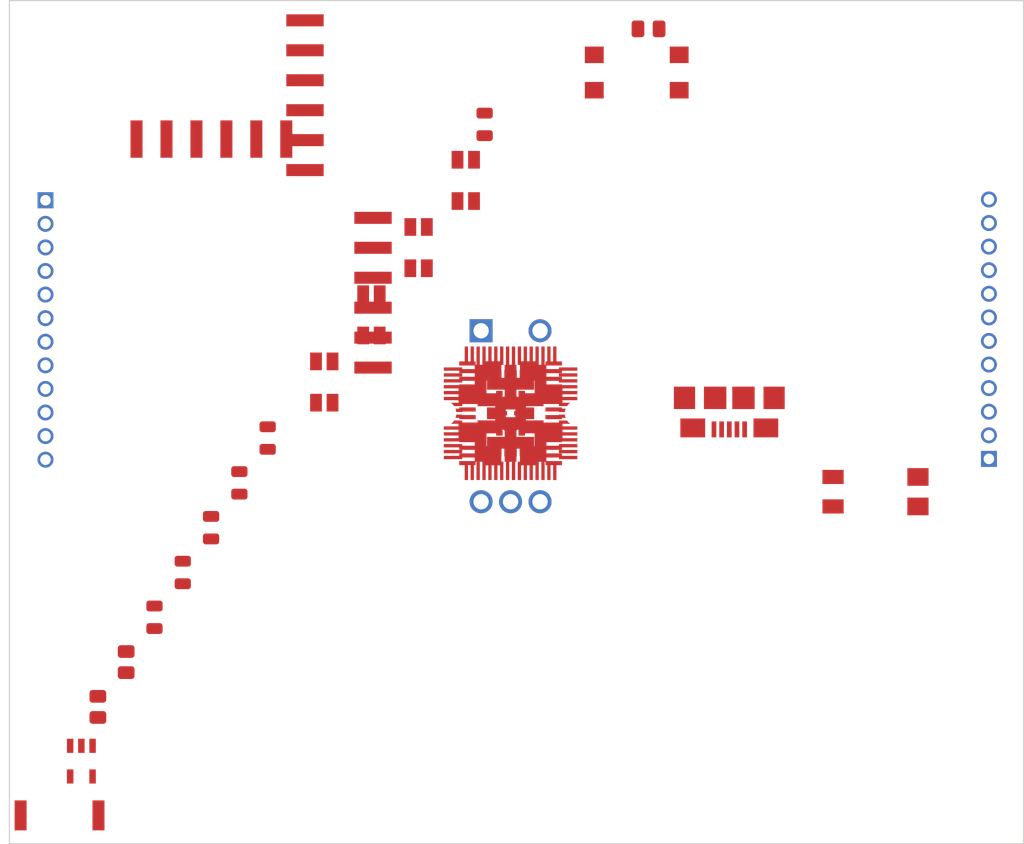
<source format=kicad_pcb>
(kicad_pcb (version 20171130) (host pcbnew "(5.1.4-0-10_14)")
  (layers (0 Top signal) (1 Route2 signal) (2 Route15 signal) (31 Bottom signal) (34 B.Paste user) (35 F.Paste user) (36 B.SilkS user) (37 F.SilkS user) (38 B.Mask user) (39 F.Mask user) (44 Edge.Cuts user))
  (net 0 "")
  (net 1 GND)
  (net 2 3V3)
  (net 3 VBAT)
  (net 4 "Net-(B2-Pad4)")
  (net 5 "Net-(B2-Pad3)")
  (net 6 "Net-(B2-Pad2)")
  (net 7 "Net-(A1-PadFEED)")
  (net 8 "Net-(C14-Pad1)")
  (net 9 "Net-(C15-Pad1)")
  (net 10 "Net-(C11-Pad1)")
  (net 11 "Net-(C13-Pad1)")
  (net 12 "Net-(D6-PadC1)")
  (net 13 /RESET)
  (net 14 /THROTTLE)
  (net 15 /YAW)
  (net 16 /BTN_CENTER)
  (net 17 /BTN_RIGHT)
  (net 18 /BTN_LEFT)
  (net 19 /BTN_UP)
  (net 20 /RXI-0)
  (net 21 /TXO-0)
  (net 22 /E1-B)
  (net 23 /E1-A)
  (net 24 /MISO)
  (net 25 /MOSI)
  (net 26 /SCK)
  (net 27 /BTN_DOWN)
  (net 28 /E1-BUT)
  (net 29 /BTN2/SDA)
  (net 30 /BTN1/SCL)
  (net 31 /PITCH)
  (net 32 /RF)
  (net 33 "Net-(D6-PadA1)")
  (net 34 "Net-(D6-PadA2)")
  (net 35 /ROLL)
  (net 36 /DTR-0)
  (net 37 /VREG_IN)
  (net 38 /RXI)
  (net 39 /FTDI_OUT)
  (net 40 /TXLED)
  (net 41 /RXLED)
  (net 42 /DTR)
  (net 43 /USB_D_N)
  (net 44 /USB_D_P)
  (net 45 /CTS)
  (net 46 /TXO)
  (net 47 "Net-(R7-Pad1)")
  (net 48 /VBUS)
  (net 49 "Net-(B3-Pad1A)")
  (net 50 "Net-(R1-Pad2)")
  (net 51 "Net-(D1-PadC2)")
  (net 52 "Net-(D4-PadC1)")
  (net 53 /RXI-1)
  (net 54 /TXO-1)
  (net 55 "Net-(S2-Pad2)")
  (net 56 /DTR-1)
  (net 57 /CTS-1)
  (net 58 /GREF)
  (net 59 "Net-(D6-PadC2)")
  (net 60 "Net-(D5-PadA2)")
  (net 61 "Net-(D5-PadA1)")
  (net 62 "Net-(D1-PadA1)")
  (net 63 "Net-(D4-PadC2)")
  (module controller_board:2X-SERVO-SMD (layer Top) (at 119.500000 77.225000 90.000000)
    (fp_text reference J7 hide)
    (fp_text value FRSKY-GIMBAL-2X-SERVO-SMD hide)
    (pad 6 smd rect (at 6.55 11.065 180.000000) (size 3.17 1.02) (layers Top F.Mask F.Paste) (net 1 GND))
    (pad V smd rect (at 4.01 11.065 180.000000) (size 3.17 1.02) (layers Top F.Mask F.Paste) (net 14 /THROTTLE))
    (pad 4 smd rect (at 1.47 11.065 180.000000) (size 3.17 1.02) (layers Top F.Mask F.Paste) (net 58 /GREF))
    (pad 3 smd rect (at -1.07 11.065 180.000000) (size 3.17 1.02) (layers Top F.Mask F.Paste) (net 1 GND))
    (pad H smd rect (at -3.61 11.065 180.000000) (size 3.17 1.02) (layers Top F.Mask F.Paste) (net 15 /YAW))
    (pad 1 smd rect (at -6.15 11.065 180.000000) (size 3.17 1.02) (layers Top F.Mask F.Paste) (net 58 /GREF))
  )
  (module controller_board:2X-SERVO-SMD (layer Top) (at 147.400000 93.575000 270.000000)
    (fp_text reference J8 hide)
    (fp_text value FRSKY-GIMBAL-2X-SERVO-SMD hide)
    (pad 6 smd rect (at 6.55 11.065) (size 3.17 1.02) (layers Top F.Mask F.Paste) (net 1 GND))
    (pad V smd rect (at 4.01 11.065) (size 3.17 1.02) (layers Top F.Mask F.Paste) (net 31 /PITCH))
    (pad 4 smd rect (at 1.47 11.065) (size 3.17 1.02) (layers Top F.Mask F.Paste) (net 58 /GREF))
    (pad 3 smd rect (at -1.07 11.065) (size 3.17 1.02) (layers Top F.Mask F.Paste) (net 1 GND))
    (pad H smd rect (at -3.61 11.065) (size 3.17 1.02) (layers Top F.Mask F.Paste) (net 35 /ROLL))
    (pad 1 smd rect (at -6.15 11.065) (size 3.17 1.02) (layers Top F.Mask F.Paste) (net 58 /GREF))
  )
  (module controller_board:USB-MICROA-10118192-0001LF (layer Top) (at 166.550000 104.350000 180.000000)
    (fp_text reference J1 hide)
    (fp_text value USB-MICROA-AMPHENOL-10118192-0001LF hide)
    (pad 9 smd rect (at 1.2 1.659 180.000000) (size 1.9 1.9) (layers Top F.Mask F.Paste) (net 1 GND))
    (pad 8 smd rect (at -3.8 1.659 180.000000) (size 1.8 1.9) (layers Top F.Mask F.Paste) (net 1 GND))
    (pad 7 smd rect (at -3.1 -0.891 180.000000) (size 2.1 1.6) (layers Top F.Mask F.Paste) (net 1 GND))
    (pad 6 smd rect (at 3.1 -0.891 180.000000) (size 2.1 1.6) (layers Top F.Mask F.Paste) (net 1 GND))
    (pad 5 smd rect (at 1.3 -1.016 180.000000) (size 0.4 1.35) (layers Top F.Mask F.Paste) (net 1 GND))
    (pad 4 smd rect (at 0.65 -1.016 180.000000) (size 0.4 1.35) (layers Top F.Mask F.Paste))
    (pad 3 smd rect (at 0 -1.016 180.000000) (size 0.4 1.35) (layers Top F.Mask F.Paste) (net 44 /USB_D_P))
    (pad 2 smd rect (at -0.65 -1.016 180.000000) (size 0.4 1.35) (layers Top F.Mask F.Paste) (net 43 /USB_D_N))
    (pad 11 smd rect (at 3.8 1.659 180.000000) (size 1.8 1.9) (layers Top F.Mask F.Paste) (net 1 GND))
    (pad 10 smd rect (at -1.2 1.659 180.000000) (size 1.9 1.9) (layers Top F.Mask F.Paste) (net 1 GND))
    (pad 1 smd rect (at -1.3 -1.016 180.000000) (size 0.4 1.35) (layers Top F.Mask F.Paste) (net 48 /VBUS))
  )
  (module controller_board:JST-13-PTH (layer Top) (at 188.568000 96.721600 90.000000)
    (fp_text reference J3 hide)
    (fp_text value 2.4K hide)
    (pad V thru_hole circle (at -9.144 0 90.000000) (size 1.35 1.35) (drill 0.9) (layers *.Cu *.Mask) (net 31 /PITCH))
    (pad H thru_hole circle (at -3.144 0 90.000000) (size 1.35 1.35) (drill 0.9) (layers *.Cu *.Mask) (net 35 /ROLL))
    (pad 9 thru_hole circle (at 4.856 0 90.000000) (size 1.35 1.35) (drill 0.9) (layers *.Cu *.Mask))
    (pad 8 thru_hole circle (at 2.856 0 90.000000) (size 1.35 1.35) (drill 0.9) (layers *.Cu *.Mask))
    (pad 7 thru_hole circle (at 0.856 0 90.000000) (size 1.35 1.35) (drill 0.9) (layers *.Cu *.Mask))
    (pad 6 thru_hole circle (at -1.144 0 90.000000) (size 1.35 1.35) (drill 0.9) (layers *.Cu *.Mask) (net 1 GND))
    (pad 4 thru_hole circle (at -5.144 0 90.000000) (size 1.35 1.35) (drill 0.9) (layers *.Cu *.Mask) (net 58 /GREF))
    (pad 3 thru_hole circle (at -7.144 0 90.000000) (size 1.35 1.35) (drill 0.9) (layers *.Cu *.Mask) (net 1 GND))
    (pad 12 thru_hole circle (at 10.856 0 90.000000) (size 1.35 1.35) (drill 0.9) (layers *.Cu *.Mask))
    (pad 11 thru_hole circle (at 8.856 0 90.000000) (size 1.35 1.35) (drill 0.9) (layers *.Cu *.Mask))
    (pad 10 thru_hole circle (at 6.856 0 90.000000) (size 1.35 1.35) (drill 0.9) (layers *.Cu *.Mask))
    (pad 1 thru_hole rect (at -11.144 0 90.000000) (size 1.35 1.35) (drill 0.9) (layers *.Cu *.Mask) (net 58 /GREF))
  )
  (module controller_board:JST-13-PTH (layer Top) (at 108.558000 97.077200 270.000000)
    (fp_text reference J2 hide)
    (fp_text value 2.4K hide)
    (pad V thru_hole circle (at -9.144 0 270.000000) (size 1.35 1.35) (drill 0.9) (layers *.Cu *.Mask) (net 14 /THROTTLE))
    (pad H thru_hole circle (at -3.144 0 270.000000) (size 1.35 1.35) (drill 0.9) (layers *.Cu *.Mask) (net 15 /YAW))
    (pad 9 thru_hole circle (at 4.856 0 270.000000) (size 1.35 1.35) (drill 0.9) (layers *.Cu *.Mask))
    (pad 8 thru_hole circle (at 2.856 0 270.000000) (size 1.35 1.35) (drill 0.9) (layers *.Cu *.Mask))
    (pad 7 thru_hole circle (at 0.856 0 270.000000) (size 1.35 1.35) (drill 0.9) (layers *.Cu *.Mask))
    (pad 6 thru_hole circle (at -1.144 0 270.000000) (size 1.35 1.35) (drill 0.9) (layers *.Cu *.Mask) (net 1 GND))
    (pad 4 thru_hole circle (at -5.144 0 270.000000) (size 1.35 1.35) (drill 0.9) (layers *.Cu *.Mask) (net 58 /GREF))
    (pad 3 thru_hole circle (at -7.144 0 270.000000) (size 1.35 1.35) (drill 0.9) (layers *.Cu *.Mask) (net 1 GND))
    (pad 12 thru_hole circle (at 10.856 0 270.000000) (size 1.35 1.35) (drill 0.9) (layers *.Cu *.Mask))
    (pad 11 thru_hole circle (at 8.856 0 270.000000) (size 1.35 1.35) (drill 0.9) (layers *.Cu *.Mask))
    (pad 10 thru_hole circle (at 6.856 0 270.000000) (size 1.35 1.35) (drill 0.9) (layers *.Cu *.Mask))
    (pad 1 thru_hole rect (at -11.144 0 270.000000) (size 1.35 1.35) (drill 0.9) (layers *.Cu *.Mask) (net 58 /GREF))
  )
  (module controller_board:FTDI-BASIC-SMD (layer Top) (at 122.629600 76.300000)
    (fp_text reference JP1 hide)
    (fp_text value FTDI_BASIC-SMD hide)
    (pad DTR smd rect (at 6.35 4.445 90.000000) (size 3.17 1.02) (layers Top F.Mask F.Paste) (net 56 /DTR-1))
    (pad RXI smd rect (at 3.81 4.445 90.000000) (size 3.17 1.02) (layers Top F.Mask F.Paste) (net 53 /RXI-1))
    (pad TXO smd rect (at 1.27 4.445 90.000000) (size 3.17 1.02) (layers Top F.Mask F.Paste) (net 54 /TXO-1))
    (pad VCC smd rect (at -1.27 4.445 90.000000) (size 3.17 1.02) (layers Top F.Mask F.Paste) (net 2 3V3))
    (pad CTS smd rect (at -3.81 4.445 90.000000) (size 3.17 1.02) (layers Top F.Mask F.Paste) (net 57 /CTS-1))
    (pad GND smd rect (at -6.35 4.445 90.000000) (size 3.17 1.02) (layers Top F.Mask F.Paste) (net 1 GND))
  )
  (module controller_board:WIRE-TERMINAL-1X2-2.5MM-SMD-AVX-009276002021106 (layer Top) (at 178.950000 110.650000)
    (fp_text reference B3 hide)
    (fp_text value BATTERY-SPRING-SMD hide)
    (pad 2A smd rect (at 3.6 -1.25 270.000000) (size 1.5 1.8) (layers Top F.Mask F.Paste) (net 1 GND))
    (pad 1A smd rect (at 3.6 1.25 270.000000) (size 1.5 1.8) (layers Top F.Mask F.Paste) (net 49 "Net-(B3-Pad1A)"))
    (pad 1B smd rect (at -3.6 1.25 270.000000) (size 1.2 1.8) (layers Top F.Mask F.Paste) (net 49 "Net-(B3-Pad1A)"))
    (pad 2B smd rect (at -3.6 -1.25 270.000000) (size 1.2 1.8) (layers Top F.Mask F.Paste) (net 1 GND))
  )
  (module controller_board:ANT-2.4GHZ-6.5X2.2MM (layer Top) (at 109.750000 138.100000 180.000000)
    (fp_text reference A1 hide)
    (fp_text value ANTENNA-CHIP hide)
    (pad NC smd rect (at 3.302 0) (size 1.016 2.54) (layers Top F.Mask F.Paste))
    (pad FEED smd rect (at -3.302 0) (size 1.016 2.54) (layers Top F.Mask F.Paste) (net 7 "Net-(A1-PadFEED)"))
  )
  (module controller_board:SOT23-DBV (layer Top) (at 111.600000 133.500000 180.000000)
    (fp_text reference U1 hide)
    (fp_text value 3.3V hide)
    (pad 5 smd rect (at -0.95 -1.3 180.000000) (size 0.55 1.2) (layers Top F.Mask F.Paste) (net 2 3V3))
    (pad 4 smd rect (at 0.95 -1.3 180.000000) (size 0.55 1.2) (layers Top F.Mask F.Paste))
    (pad 3 smd rect (at 0.95 1.3 180.000000) (size 0.55 1.2) (layers Top F.Mask F.Paste) (net 37 /VREG_IN))
    (pad 2 smd rect (at 0 1.3 180.000000) (size 0.55 1.2) (layers Top F.Mask F.Paste) (net 1 GND))
    (pad 1 smd rect (at -0.95 1.3 180.000000) (size 0.55 1.2) (layers Top F.Mask F.Paste) (net 37 /VREG_IN))
  )
  (module controller_board:CAPC2012X140_HS (layer Top) (at 113.000000 128.900000 90.000000)
    (fp_text reference C17 hide)
    (fp_text value 1uF hide)
    (pad 2 smd roundrect (at 0.895 0 90.000000) (size 1.08 1.42) (layers Top) (roundrect_rratio 0.23) (net 1 GND))
    (pad 1 smd roundrect (at -0.895 0 270.000000) (size 1.08 1.42) (layers Top) (roundrect_rratio 0.23) (net 2 3V3))
  )
  (module controller_board:CAPC2012X140_HS (layer Top) (at 115.400000 125.100000 270.000000)
    (fp_text reference C10 hide)
    (fp_text value 1uF hide)
    (pad 2 smd roundrect (at 0.895 0 270.000000) (size 1.08 1.42) (layers Top) (roundrect_rratio 0.23) (net 1 GND))
    (pad 1 smd roundrect (at -0.895 0 90.000000) (size 1.08 1.42) (layers Top) (roundrect_rratio 0.23) (net 37 /VREG_IN))
  )
  (module controller_board:RESC2012X60_HS (layer Top) (at 117.800000 121.300000 270.000000)
    (fp_text reference R17 hide)
    (fp_text value 510 hide)
    (pad 2 smd roundrect (at 0.955 0 270.000000) (size 0.92 1.38) (layers Top) (net 59 "Net-(D6-PadC2)"))
    (pad 1 smd roundrect (at -0.955 0 90.000000) (size 0.92 1.38) (layers Top) (net 1 GND))
  )
  (module controller_board:RESC2012X60_HS (layer Top) (at 120.200000 117.500000 90.000000)
    (fp_text reference R14 hide)
    (fp_text value 510 hide)
    (pad 2 smd roundrect (at 0.955 0 90.000000) (size 0.92 1.38) (layers Top) (net 2 3V3))
    (pad 1 smd roundrect (at -0.955 0 270.000000) (size 0.92 1.38) (layers Top) (net 61 "Net-(D5-PadA1)"))
  )
  (module controller_board:RESC2012X60_HS (layer Top) (at 122.600000 113.700000 270.000000)
    (fp_text reference R3 hide)
    (fp_text value 510 hide)
    (pad 2 smd roundrect (at 0.955 0 270.000000) (size 0.92 1.38) (layers Top) (net 50 "Net-(R1-Pad2)"))
    (pad 1 smd roundrect (at -0.955 0 90.000000) (size 0.92 1.38) (layers Top) (net 62 "Net-(D1-PadA1)"))
  )
  (module controller_board:RESC2012X60_HS (layer Top) (at 125.000000 109.900000 270.000000)
    (fp_text reference R16 hide)
    (fp_text value 510 hide)
    (pad 2 smd roundrect (at 0.955 0 270.000000) (size 0.92 1.38) (layers Top) (net 63 "Net-(D4-PadC2)"))
    (pad 1 smd roundrect (at -0.955 0 90.000000) (size 0.92 1.38) (layers Top) (net 1 GND))
  )
  (module controller_board:RESC2012X60_HS (layer Top) (at 127.400000 106.100000 90.000000)
    (fp_text reference R13 hide)
    (fp_text value 510 hide)
    (pad 2 smd roundrect (at 0.955 0 90.000000) (size 0.92 1.38) (layers Top) (net 2 3V3))
    (pad 1 smd roundrect (at -0.955 0 270.000000) (size 0.92 1.38) (layers Top) (net 60 "Net-(D5-PadA2)"))
  )
  (module controller_board:LED-2X-LTST-C155 (layer Top) (at 132.200000 101.350000 270.000000)
    (fp_text reference D4 hide)
    (fp_text value LED-2X-GREEN_RED hide)
    (pad C2 smd rect (at 1.75 0.7 270.000000) (size 1.5 1) (layers Top F.Mask F.Paste) (net 63 "Net-(D4-PadC2)"))
    (pad C1 smd rect (at 1.75 -0.7 270.000000) (size 1.5 1) (layers Top F.Mask F.Paste) (net 52 "Net-(D4-PadC1)"))
    (pad A2 smd rect (at -1.75 0.7 270.000000) (size 1.5 1) (layers Top F.Mask F.Paste) (net 2 3V3))
    (pad A1 smd rect (at -1.75 -0.7 270.000000) (size 1.5 1) (layers Top F.Mask F.Paste) (net 32 /RF))
  )
  (module controller_board:LED-2X-LTST-C155 (layer Top) (at 136.200000 95.650000 270.000000)
    (fp_text reference D1 hide)
    (fp_text value LED-2X-GREEN_RED hide)
    (pad C2 smd rect (at 1.75 0.7 270.000000) (size 1.5 1) (layers Top F.Mask F.Paste) (net 51 "Net-(D1-PadC2)"))
    (pad C1 smd rect (at 1.75 -0.7 270.000000) (size 1.5 1) (layers Top F.Mask F.Paste) (net 1 GND))
    (pad A2 smd rect (at -1.75 0.7 270.000000) (size 1.5 1) (layers Top F.Mask F.Paste) (net 48 /VBUS))
    (pad A1 smd rect (at -1.75 -0.7 270.000000) (size 1.5 1) (layers Top F.Mask F.Paste) (net 62 "Net-(D1-PadA1)"))
  )
  (module controller_board:LED-2X-LTST-C155 (layer Top) (at 140.200000 89.950000 270.000000)
    (fp_text reference D5 hide)
    (fp_text value LED-2X-GREEN_RED hide)
    (pad C2 smd rect (at 1.75 0.7 270.000000) (size 1.5 1) (layers Top F.Mask F.Paste) (net 41 /RXLED))
    (pad C1 smd rect (at 1.75 -0.7 270.000000) (size 1.5 1) (layers Top F.Mask F.Paste) (net 40 /TXLED))
    (pad A2 smd rect (at -1.75 0.7 270.000000) (size 1.5 1) (layers Top F.Mask F.Paste) (net 60 "Net-(D5-PadA2)"))
    (pad A1 smd rect (at -1.75 -0.7 270.000000) (size 1.5 1) (layers Top F.Mask F.Paste) (net 61 "Net-(D5-PadA1)"))
  )
  (module controller_board:LED-2X-LTST-C155 (layer Top) (at 144.200000 84.250000 270.000000)
    (fp_text reference D6 hide)
    (fp_text value LED-2X-GREEN_RED hide)
    (pad C2 smd rect (at 1.75 0.7 270.000000) (size 1.5 1) (layers Top F.Mask F.Paste) (net 59 "Net-(D6-PadC2)"))
    (pad C1 smd rect (at 1.75 -0.7 270.000000) (size 1.5 1) (layers Top F.Mask F.Paste) (net 12 "Net-(D6-PadC1)"))
    (pad A2 smd rect (at -1.75 0.7 270.000000) (size 1.5 1) (layers Top F.Mask F.Paste) (net 34 "Net-(D6-PadA2)"))
    (pad A1 smd rect (at -1.75 -0.7 270.000000) (size 1.5 1) (layers Top F.Mask F.Paste) (net 33 "Net-(D6-PadA1)"))
  )
  (module controller_board:RESC2012X60_HS (layer Top) (at 145.800000 79.500000 90.000000)
    (fp_text reference R8 hide)
    (fp_text value 1.2K hide)
    (pad 2 smd roundrect (at 0.955 0 90.000000) (size 0.92 1.38) (layers Top) (net 2 3V3))
    (pad 1 smd roundrect (at -0.955 0 270.000000) (size 0.92 1.38) (layers Top) (net 58 /GREF))
  )
  (module controller_board:BOURNS-PEC12R (layer Top) (at 148.000000 104.000000)
    (fp_text reference E1 hide)
    (fp_text value ROTARY-ENCODER-W_BUTTON-BOURNS-PEC12R-4217F hide)
    (pad C thru_hole circle (at 0 7.5) (size 1.95 1.95) (drill 1.3) (layers *.Cu *.Mask) (net 1 GND))
    (pad BUTB thru_hole circle (at 2.5 -7) (size 1.95 1.95) (drill 1.3) (layers *.Cu *.Mask) (net 1 GND))
    (pad BUTA thru_hole rect (at -2.5 -7) (size 1.95 1.95) (drill 1.3) (layers *.Cu *.Mask) (net 28 /E1-BUT))
    (pad B thru_hole circle (at 2.5 7.5) (size 1.95 1.95) (drill 1.3) (layers *.Cu *.Mask) (net 22 /E1-B))
    (pad A thru_hole circle (at -2.5 7.5) (size 1.95 1.95) (drill 1.3) (layers *.Cu *.Mask) (net 23 /E1-A))
    (pad "" np_thru_hole circle (at 5.7 0) (size 2.2 2.2) (drill 2.2) (layers *.Cu *.Mask))
    (pad "" np_thru_hole circle (at -5.7 0) (size 2.2 2.2) (drill 2.2) (layers *.Cu *.Mask))
  )
  (module controller_board:4.5MM_TACTILE_SWITCH_TL3305AF160QG (layer Top) (at 158.700000 75.100000 180.000000)
    (fp_text reference B6 hide)
    (fp_text value PUSHBUTTON_-4.5X4.5 hide)
    (pad 4 smd rect (at 3.6 -1.5 270.000000) (size 1.4 1.6) (layers Top F.Mask F.Paste) (net 1 GND))
    (pad 3 smd rect (at -3.6 -1.5 270.000000) (size 1.4 1.6) (layers Top F.Mask F.Paste) (net 1 GND))
    (pad 2 smd rect (at 3.6 1.5 270.000000) (size 1.4 1.6) (layers Top F.Mask F.Paste) (net 19 /BTN_UP))
    (pad 1 smd rect (at -3.6 1.5 270.000000) (size 1.4 1.6) (layers Top F.Mask F.Paste) (net 19 /BTN_UP))
  )
  (module controller_board:4.5MM_TACTILE_SWITCH_TL3305AF160QG (layer Top) (at 148.000000 104.000000 180.000000)
    (fp_text reference B10 hide)
    (fp_text value PUSHBUTTON_-4.5X4.5 hide)
    (pad 4 smd rect (at 3.6 -1.5 270.000000) (size 1.4 1.6) (layers Top F.Mask F.Paste) (net 1 GND))
    (pad 3 smd rect (at -3.6 -1.5 270.000000) (size 1.4 1.6) (layers Top F.Mask F.Paste) (net 1 GND))
    (pad 2 smd rect (at 3.6 1.5 270.000000) (size 1.4 1.6) (layers Top F.Mask F.Paste) (net 27 /BTN_DOWN))
    (pad 1 smd rect (at -3.6 1.5 270.000000) (size 1.4 1.6) (layers Top F.Mask F.Paste) (net 27 /BTN_DOWN))
  )
  (module controller_board:4.5MM_TACTILE_SWITCH_TL3305AF160QG (layer Top) (at 148.000000 104.000000 90.000000)
    (fp_text reference B7 hide)
    (fp_text value PUSHBUTTON_-4.5X4.5 hide)
    (pad 4 smd rect (at 3.6 -1.5 180.000000) (size 1.4 1.6) (layers Top F.Mask F.Paste) (net 1 GND))
    (pad 3 smd rect (at -3.6 -1.5 180.000000) (size 1.4 1.6) (layers Top F.Mask F.Paste) (net 1 GND))
    (pad 2 smd rect (at 3.6 1.5 180.000000) (size 1.4 1.6) (layers Top F.Mask F.Paste) (net 18 /BTN_LEFT))
    (pad 1 smd rect (at -3.6 1.5 180.000000) (size 1.4 1.6) (layers Top F.Mask F.Paste) (net 18 /BTN_LEFT))
  )
  (module controller_board:4.5MM_TACTILE_SWITCH_TL3305AF160QG (layer Top) (at 148.000000 104.000000 270.000000)
    (fp_text reference B9 hide)
    (fp_text value PUSHBUTTON_-4.5X4.5 hide)
    (pad 4 smd rect (at 3.6 -1.5) (size 1.4 1.6) (layers Top F.Mask F.Paste) (net 1 GND))
    (pad 3 smd rect (at -3.6 -1.5) (size 1.4 1.6) (layers Top F.Mask F.Paste) (net 1 GND))
    (pad 2 smd rect (at 3.6 1.5) (size 1.4 1.6) (layers Top F.Mask F.Paste) (net 16 /BTN_CENTER))
    (pad 1 smd rect (at -3.6 1.5) (size 1.4 1.6) (layers Top F.Mask F.Paste) (net 16 /BTN_CENTER))
  )
  (module controller_board:4.5MM_TACTILE_SWITCH_TL3305AF160QG (layer Top) (at 148.000000 104.000000 180.000000)
    (fp_text reference B8 hide)
    (fp_text value PUSHBUTTON_-4.5X4.5 hide)
    (pad 4 smd rect (at 3.6 -1.5 270.000000) (size 1.4 1.6) (layers Top F.Mask F.Paste) (net 1 GND))
    (pad 3 smd rect (at -3.6 -1.5 270.000000) (size 1.4 1.6) (layers Top F.Mask F.Paste) (net 1 GND))
    (pad 2 smd rect (at 3.6 1.5 270.000000) (size 1.4 1.6) (layers Top F.Mask F.Paste) (net 17 /BTN_RIGHT))
    (pad 1 smd rect (at -3.6 1.5 270.000000) (size 1.4 1.6) (layers Top F.Mask F.Paste) (net 17 /BTN_RIGHT))
  )
  (module controller_board:CAPC2012X140_HS (layer Top) (at 148.000000 104.000000 270.000000)
    (fp_text reference C4 hide)
    (fp_text value 1uF hide)
    (pad 2 smd roundrect (at 0.895 0 270.000000) (size 1.08 1.42) (layers Top) (roundrect_rratio 0.23) (net 39 /FTDI_OUT))
    (pad 1 smd roundrect (at -0.895 0 90.000000) (size 1.08 1.42) (layers Top) (roundrect_rratio 0.23) (net 1 GND))
  )
  (module controller_board:SOD3716X135_HS (layer Top) (at 148.000000 104.000000 90.000000)
    (fp_text reference D2 hide)
    (fp_text value 360mV hide)
    (pad C smd roundrect (at -1.665 0 270.000000) (size 1.25 0.8) (layers Top) (net 3 VBAT))
    (pad A smd roundrect (at 1.665 0 90.000000) (size 1.25 0.8) (layers Top) (net 48 /VBUS))
  )
  (module controller_board:SOD3716X135_HS (layer Top) (at 148.000000 104.000000 270.000000)
    (fp_text reference D3 hide)
    (fp_text value 360mV hide)
    (pad C smd roundrect (at -1.665 0 90.000000) (size 1.25 0.8) (layers Top) (net 3 VBAT))
    (pad A smd roundrect (at 1.665 0 270.000000) (size 1.25 0.8) (layers Top) (net 49 "Net-(B3-Pad1A)"))
  )
  (module controller_board:JS102011JCQN (layer Top) (at 148.000000 104.000000 270.000000)
    (fp_text reference S2 hide)
    (fp_text value POWER-SWITCH-MFS201N-9-Z-SMD-VERTICAL hide)
    (pad 3 smd rect (at 2.5 1.2 270.000000) (size 1 1.6) (layers Top F.Mask F.Paste) (net 1 GND))
    (pad 2 smd rect (at 0 -1.2 270.000000) (size 1 1.6) (layers Top F.Mask F.Paste) (net 55 "Net-(S2-Pad2)"))
    (pad 1 smd rect (at -2.5 1.2 270.000000) (size 1 1.6) (layers Top F.Mask F.Paste) (net 2 3V3))
  )
  (module controller_board:SOP65P640X110-16 (layer Top) (at 148.000000 104.000000 270.000000)
    (fp_text reference U5 hide)
    (fp_text value DPDT-X2 hide)
    (pad 9 smd rect (at 2.8717 2.275 270.000000) (size 1.5719 0.4068) (layers Top F.Mask F.Paste) (net 53 /RXI-1))
    (pad 8 smd rect (at -2.8717 2.275 270.000000) (size 1.5719 0.4068) (layers Top F.Mask F.Paste) (net 1 GND))
    (pad 7 smd rect (at -2.8717 1.625 270.000000) (size 1.5719 0.4068) (layers Top F.Mask F.Paste) (net 21 /TXO-0))
    (pad 6 smd rect (at -2.8717 0.975 270.000000) (size 1.5719 0.4068) (layers Top F.Mask F.Paste) (net 46 /TXO))
    (pad 5 smd rect (at -2.8717 0.325 270.000000) (size 1.5719 0.4068) (layers Top F.Mask F.Paste) (net 54 /TXO-1))
    (pad 4 smd rect (at -2.8717 -0.325 270.000000) (size 1.5719 0.4068) (layers Top F.Mask F.Paste) (net 55 "Net-(S2-Pad2)"))
    (pad 3 smd rect (at -2.8717 -0.975 270.000000) (size 1.5719 0.4068) (layers Top F.Mask F.Paste))
    (pad 2 smd rect (at -2.8717 -1.625 270.000000) (size 1.5719 0.4068) (layers Top F.Mask F.Paste) (net 45 /CTS))
    (pad 16 smd rect (at 2.8717 -2.275 270.000000) (size 1.5719 0.4068) (layers Top F.Mask F.Paste) (net 2 3V3))
    (pad 15 smd rect (at 2.8717 -1.625 270.000000) (size 1.5719 0.4068) (layers Top F.Mask F.Paste) (net 36 /DTR-0))
    (pad 14 smd rect (at 2.8717 -0.975 270.000000) (size 1.5719 0.4068) (layers Top F.Mask F.Paste) (net 42 /DTR))
    (pad 13 smd rect (at 2.8717 -0.325 270.000000) (size 1.5719 0.4068) (layers Top F.Mask F.Paste) (net 56 /DTR-1))
    (pad 12 smd rect (at 2.8717 0.325 270.000000) (size 1.5719 0.4068) (layers Top F.Mask F.Paste) (net 55 "Net-(S2-Pad2)"))
    (pad 11 smd rect (at 2.8717 0.975 270.000000) (size 1.5719 0.4068) (layers Top F.Mask F.Paste) (net 20 /RXI-0))
    (pad 10 smd rect (at 2.8717 1.625 270.000000) (size 1.5719 0.4068) (layers Top F.Mask F.Paste) (net 38 /RXI))
    (pad 1 smd rect (at -2.8717 -2.275 270.000000) (size 1.5719 0.4068) (layers Top F.Mask F.Paste) (net 57 /CTS-1))
  )
  (module controller_board:RESC2012X60_HS (layer Top) (at 148.000000 104.000000 270.000000)
    (fp_text reference R15 hide)
    (fp_text value 510 hide)
    (pad 2 smd roundrect (at 0.955 0 270.000000) (size 0.92 1.38) (layers Top) (net 52 "Net-(D4-PadC1)"))
    (pad 1 smd roundrect (at -0.955 0 90.000000) (size 0.92 1.38) (layers Top) (net 1 GND))
  )
  (module controller_board:RESC2012X60_HS (layer Top) (at 148.000000 104.000000 90.000000)
    (fp_text reference R7 hide)
    (fp_text value 2.2K hide)
    (pad 2 smd roundrect (at 0.955 0 90.000000) (size 0.92 1.38) (layers Top) (net 1 GND))
    (pad 1 smd roundrect (at -0.955 0 270.000000) (size 0.92 1.38) (layers Top) (net 47 "Net-(R7-Pad1)"))
  )
  (module controller_board:CAPC2012X140_HS (layer Top) (at 148.000000 104.000000 90.000000)
    (fp_text reference C6 hide)
    (fp_text value 10uF hide)
    (pad 2 smd roundrect (at 0.895 0 90.000000) (size 1.08 1.42) (layers Top) (roundrect_rratio 0.23) (net 1 GND))
    (pad 1 smd roundrect (at -0.895 0 270.000000) (size 1.08 1.42) (layers Top) (roundrect_rratio 0.23) (net 49 "Net-(B3-Pad1A)"))
  )
  (module controller_board:CAPC2012X140_HS (layer Top) (at 148.000000 104.000000 270.000000)
    (fp_text reference C5 hide)
    (fp_text value 10uF hide)
    (pad 2 smd roundrect (at 0.895 0 270.000000) (size 1.08 1.42) (layers Top) (roundrect_rratio 0.23) (net 1 GND))
    (pad 1 smd roundrect (at -0.895 0 90.000000) (size 1.08 1.42) (layers Top) (roundrect_rratio 0.23) (net 48 /VBUS))
  )
  (module controller_board:RESC2012X60_HS (layer Top) (at 148.000000 104.000000 90.000000)
    (fp_text reference R1 hide)
    (fp_text value 510 hide)
    (pad 2 smd roundrect (at 0.955 0 90.000000) (size 0.92 1.38) (layers Top) (net 50 "Net-(R1-Pad2)"))
    (pad 1 smd roundrect (at -0.955 0 270.000000) (size 0.92 1.38) (layers Top) (net 51 "Net-(D1-PadC2)"))
  )
  (module controller_board:SOT23-5 (layer Top) (at 148.000000 104.000000)
    (fp_text reference U2 hide)
    (fp_text value MCP73831T-2ACI/OT hide)
    (pad 5 smd rect (at -0.95 -1.3001) (size 0.55 1.2) (layers Top F.Mask F.Paste) (net 47 "Net-(R7-Pad1)"))
    (pad 4 smd rect (at 0.95 -1.3001) (size 0.55 1.2) (layers Top F.Mask F.Paste) (net 48 /VBUS))
    (pad 3 smd rect (at 0.95 1.3001) (size 0.55 1.2) (layers Top F.Mask F.Paste) (net 49 "Net-(B3-Pad1A)"))
    (pad 2 smd rect (at 0 1.3001) (size 0.55 1.2) (layers Top F.Mask F.Paste) (net 1 GND))
    (pad 1 smd rect (at -0.95 1.3001) (size 0.55 1.2) (layers Top F.Mask F.Paste) (net 50 "Net-(R1-Pad2)"))
  )
  (module controller_board:CAPC2012X140_HS (layer Top) (at 148.000000 104.000000 90.000000)
    (fp_text reference C9 hide)
    (fp_text value 0.1uF hide)
    (pad 2 smd roundrect (at 0.895 0 90.000000) (size 1.08 1.42) (layers Top) (roundrect_rratio 0.23) (net 1 GND))
    (pad 1 smd roundrect (at -0.895 0 270.000000) (size 1.08 1.42) (layers Top) (roundrect_rratio 0.23) (net 39 /FTDI_OUT))
  )
  (module controller_board:CAPC2012X140_HS (layer Top) (at 148.000000 104.000000 90.000000)
    (fp_text reference C7 hide)
    (fp_text value 10uF hide)
    (pad 2 smd roundrect (at 0.895 0 90.000000) (size 1.08 1.42) (layers Top) (roundrect_rratio 0.23) (net 1 GND))
    (pad 1 smd roundrect (at -0.895 0 270.000000) (size 1.08 1.42) (layers Top) (roundrect_rratio 0.23) (net 37 /VREG_IN))
  )
  (module controller_board:CAPC2012X140_HS (layer Top) (at 148.000000 104.000000 270.000000)
    (fp_text reference C8 hide)
    (fp_text value 0.1uF hide)
    (pad 2 smd roundrect (at 0.895 0 270.000000) (size 1.08 1.42) (layers Top) (roundrect_rratio 0.23) (net 1 GND))
    (pad 1 smd roundrect (at -0.895 0 90.000000) (size 1.08 1.42) (layers Top) (roundrect_rratio 0.23) (net 37 /VREG_IN))
  )
  (module controller_board:SSOP28DB (layer Top) (at 148.000000 104.000000 90.000000)
    (fp_text reference U3 hide)
    (fp_text value FT232RLSSOP hide)
    (pad 9 smd rect (at 0.975 3.656 90.000000) (size 0.348 1.397) (layers Top F.Mask F.Paste))
    (pad 8 smd rect (at 0.325 3.656 90.000000) (size 0.348 1.397) (layers Top F.Mask F.Paste))
    (pad 7 smd rect (at -0.325 3.656 90.000000) (size 0.348 1.397) (layers Top F.Mask F.Paste) (net 1 GND))
    (pad 6 smd rect (at -0.975 3.656 90.000000) (size 0.348 1.397) (layers Top F.Mask F.Paste))
    (pad 5 smd rect (at -1.625 3.656 90.000000) (size 0.348 1.397) (layers Top F.Mask F.Paste) (net 38 /RXI))
    (pad 4 smd rect (at -2.275 3.656 90.000000) (size 0.348 1.397) (layers Top F.Mask F.Paste) (net 39 /FTDI_OUT))
    (pad 3 smd rect (at -2.925 3.656 90.000000) (size 0.348 1.397) (layers Top F.Mask F.Paste))
    (pad 28 smd rect (at -4.225 -3.656 90.000000) (size 0.348 1.397) (layers Top F.Mask F.Paste))
    (pad 27 smd rect (at -3.575 -3.656 90.000000) (size 0.348 1.397) (layers Top F.Mask F.Paste))
    (pad 26 smd rect (at -2.925 -3.656 90.000000) (size 0.348 1.397) (layers Top F.Mask F.Paste) (net 1 GND))
    (pad 25 smd rect (at -2.275 -3.656 90.000000) (size 0.348 1.397) (layers Top F.Mask F.Paste) (net 1 GND))
    (pad 24 smd rect (at -1.625 -3.656 90.000000) (size 0.348 1.397) (layers Top F.Mask F.Paste))
    (pad 23 smd rect (at -0.975 -3.656 90.000000) (size 0.348 1.397) (layers Top F.Mask F.Paste) (net 40 /TXLED))
    (pad 22 smd rect (at -0.325 -3.656 90.000000) (size 0.348 1.397) (layers Top F.Mask F.Paste) (net 41 /RXLED))
    (pad 21 smd rect (at 0.325 -3.656 90.000000) (size 0.348 1.397) (layers Top F.Mask F.Paste) (net 1 GND))
    (pad 20 smd rect (at 0.975 -3.656 90.000000) (size 0.348 1.397) (layers Top F.Mask F.Paste) (net 37 /VREG_IN))
    (pad 2 smd rect (at -3.575 3.656 90.000000) (size 0.348 1.397) (layers Top F.Mask F.Paste) (net 42 /DTR))
    (pad 19 smd rect (at 1.625 -3.656 90.000000) (size 0.348 1.397) (layers Top F.Mask F.Paste))
    (pad 18 smd rect (at 2.275 -3.656 90.000000) (size 0.348 1.397) (layers Top F.Mask F.Paste) (net 1 GND))
    (pad 17 smd rect (at 2.925 -3.656 90.000000) (size 0.348 1.397) (layers Top F.Mask F.Paste) (net 39 /FTDI_OUT))
    (pad 16 smd rect (at 3.575 -3.656 90.000000) (size 0.348 1.397) (layers Top F.Mask F.Paste) (net 43 /USB_D_N))
    (pad 15 smd rect (at 4.225 -3.656 90.000000) (size 0.348 1.397) (layers Top F.Mask F.Paste) (net 44 /USB_D_P))
    (pad 14 smd rect (at 4.225 3.656 90.000000) (size 0.348 1.397) (layers Top F.Mask F.Paste))
    (pad 13 smd rect (at 3.575 3.656 90.000000) (size 0.348 1.397) (layers Top F.Mask F.Paste))
    (pad 12 smd rect (at 2.925 3.656 90.000000) (size 0.348 1.397) (layers Top F.Mask F.Paste))
    (pad 11 smd rect (at 2.275 3.656 90.000000) (size 0.348 1.397) (layers Top F.Mask F.Paste) (net 45 /CTS))
    (pad 10 smd rect (at 1.625 3.656 90.000000) (size 0.348 1.397) (layers Top F.Mask F.Paste))
    (pad 1 smd rect (at -4.225 3.656 90.000000) (size 0.348 1.397) (layers Top F.Mask F.Paste) (net 46 /TXO))
  )
  (module controller_board:JS102011JCQN (layer Top) (at 148.000000 104.000000 90.000000)
    (fp_text reference S1 hide)
    (fp_text value POWER-SWITCH-MFS201N-9-Z-SMD-VERTICAL hide)
    (pad 3 smd rect (at 2.5 1.2 90.000000) (size 1 1.6) (layers Top F.Mask F.Paste))
    (pad 2 smd rect (at 0 -1.2 90.000000) (size 1 1.6) (layers Top F.Mask F.Paste) (net 3 VBAT))
    (pad 1 smd rect (at -2.5 1.2 90.000000) (size 1 1.6) (layers Top F.Mask F.Paste) (net 37 /VREG_IN))
  )
  (module controller_board:CRYSTAL-SMD-5X3 (layer Top) (at 148.000000 104.000000 180.000000)
    (fp_text reference Y1 hide)
    (fp_text value CRYSTAL5X3 hide)
    (pad 4 smd rect (at -1.85 -1.15 180.000000) (size 1.9 1.1) (layers Top F.Mask F.Paste))
    (pad 3 smd rect (at 1.85 -1.15 180.000000) (size 1.9 1.1) (layers Top F.Mask F.Paste) (net 8 "Net-(C14-Pad1)"))
    (pad 2 smd rect (at 1.85 1.15 180.000000) (size 1.9 1.1) (layers Top F.Mask F.Paste))
    (pad 1 smd rect (at -1.85 1.15 180.000000) (size 1.9 1.1) (layers Top F.Mask F.Paste) (net 9 "Net-(C15-Pad1)"))
  )
  (module controller_board:QFN-64 (layer Top) (at 148.000000 104.000000)
    (fp_text reference U4 hide)
    (fp_text value ATMEGA128RFA1 hide)
    (pad 9 smd rect (at -4.881 0.25 270.000000) (size 0.28 1.562) (layers Top F.Mask F.Paste) (net 5 "Net-(B2-Pad3)"))
    (pad 8 smd rect (at -4.881 -0.25 270.000000) (size 0.28 1.562) (layers Top F.Mask F.Paste) (net 4 "Net-(B2-Pad4)"))
    (pad 7 smd rect (at -4.881 -0.75 270.000000) (size 0.28 1.562) (layers Top F.Mask F.Paste) (net 1 GND))
    (pad 64 smd rect (at -3.75 -4.881) (size 0.28 1.562) (layers Top F.Mask F.Paste) (net 14 /THROTTLE))
    (pad 63 smd rect (at -3.25 -4.881) (size 0.28 1.562) (layers Top F.Mask F.Paste) (net 15 /YAW))
    (pad 62 smd rect (at -2.75 -4.881) (size 0.28 1.562) (layers Top F.Mask F.Paste))
    (pad 61 smd rect (at -2.25 -4.881) (size 0.28 1.562) (layers Top F.Mask F.Paste) (net 1 GND))
    (pad 60 smd rect (at -1.75 -4.881) (size 0.28 1.562) (layers Top F.Mask F.Paste) (net 11 "Net-(C13-Pad1)"))
    (pad 6 smd rect (at -4.881 -1.25 270.000000) (size 0.28 1.562) (layers Top F.Mask F.Paste))
    (pad 59 smd rect (at -1.25 -4.881) (size 0.28 1.562) (layers Top F.Mask F.Paste) (net 2 3V3))
    (pad 58 smd rect (at -0.75 -4.881) (size 0.28 1.562) (layers Top F.Mask F.Paste) (net 1 GND))
    (pad 57 smd rect (at -0.25 -4.881) (size 0.28 1.562) (layers Top F.Mask F.Paste) (net 8 "Net-(C14-Pad1)"))
    (pad 56 smd rect (at 0.25 -4.881) (size 0.28 1.562) (layers Top F.Mask F.Paste) (net 9 "Net-(C15-Pad1)"))
    (pad 55 smd rect (at 0.75 -4.881) (size 0.28 1.562) (layers Top F.Mask F.Paste) (net 1 GND))
    (pad 54 smd rect (at 1.25 -4.881) (size 0.28 1.562) (layers Top F.Mask F.Paste) (net 2 3V3))
    (pad 53 smd rect (at 1.75 -4.881) (size 0.28 1.562) (layers Top F.Mask F.Paste) (net 16 /BTN_CENTER))
    (pad 52 smd rect (at 2.25 -4.881) (size 0.28 1.562) (layers Top F.Mask F.Paste) (net 17 /BTN_RIGHT))
    (pad 51 smd rect (at 2.75 -4.881) (size 0.28 1.562) (layers Top F.Mask F.Paste) (net 18 /BTN_LEFT))
    (pad 50 smd rect (at 3.25 -4.881) (size 0.28 1.562) (layers Top F.Mask F.Paste) (net 19 /BTN_UP))
    (pad 5 smd rect (at -4.881 -1.75 270.000000) (size 0.28 1.562) (layers Top F.Mask F.Paste))
    (pad 49 smd rect (at 3.75 -4.881) (size 0.28 1.562) (layers Top F.Mask F.Paste))
    (pad 48 smd rect (at 4.881 -3.75 90.000000) (size 0.28 1.562) (layers Top F.Mask F.Paste))
    (pad 47 smd rect (at 4.881 -3.25 90.000000) (size 0.28 1.562) (layers Top F.Mask F.Paste) (net 20 /RXI-0))
    (pad 46 smd rect (at 4.881 -2.75 90.000000) (size 0.28 1.562) (layers Top F.Mask F.Paste) (net 21 /TXO-0))
    (pad 45 smd rect (at 4.881 -2.25 90.000000) (size 0.28 1.562) (layers Top F.Mask F.Paste) (net 1 GND))
    (pad 44 smd rect (at 4.881 -1.75 90.000000) (size 0.28 1.562) (layers Top F.Mask F.Paste) (net 2 3V3))
    (pad 43 smd rect (at 4.881 -1.25 90.000000) (size 0.28 1.562) (layers Top F.Mask F.Paste))
    (pad 42 smd rect (at 4.881 -0.75 90.000000) (size 0.28 1.562) (layers Top F.Mask F.Paste))
    (pad 41 smd rect (at 4.881 -0.25 90.000000) (size 0.28 1.562) (layers Top F.Mask F.Paste) (net 22 /E1-B))
    (pad 40 smd rect (at 4.881 0.25 90.000000) (size 0.28 1.562) (layers Top F.Mask F.Paste) (net 23 /E1-A))
    (pad 4 smd rect (at -4.881 -2.25 270.000000) (size 0.28 1.562) (layers Top F.Mask F.Paste))
    (pad 39 smd rect (at 4.881 0.75 90.000000) (size 0.28 1.562) (layers Top F.Mask F.Paste) (net 24 /MISO))
    (pad 38 smd rect (at 4.881 1.25 90.000000) (size 0.28 1.562) (layers Top F.Mask F.Paste) (net 25 /MOSI))
    (pad 37 smd rect (at 4.881 1.75 90.000000) (size 0.28 1.562) (layers Top F.Mask F.Paste) (net 26 /SCK))
    (pad 36 smd rect (at 4.881 2.25 90.000000) (size 0.28 1.562) (layers Top F.Mask F.Paste))
    (pad 35 smd rect (at 4.881 2.75 90.000000) (size 0.28 1.562) (layers Top F.Mask F.Paste) (net 1 GND))
    (pad 34 smd rect (at 4.881 3.25 90.000000) (size 0.28 1.562) (layers Top F.Mask F.Paste) (net 2 3V3))
    (pad 33 smd rect (at 4.881 3.75 90.000000) (size 0.28 1.562) (layers Top F.Mask F.Paste) (net 1 GND))
    (pad 32 smd rect (at 3.75 4.881) (size 0.28 1.562) (layers Top F.Mask F.Paste))
    (pad 31 smd rect (at 3.25 4.881) (size 0.28 1.562) (layers Top F.Mask F.Paste))
    (pad 30 smd rect (at 2.75 4.881) (size 0.28 1.562) (layers Top F.Mask F.Paste))
    (pad 3 smd rect (at -4.881 -2.75 270.000000) (size 0.28 1.562) (layers Top F.Mask F.Paste))
    (pad 29 smd rect (at 2.25 4.881) (size 0.28 1.562) (layers Top F.Mask F.Paste))
    (pad 28 smd rect (at 1.75 4.881 180.000000) (size 0.28 1.562) (layers Top F.Mask F.Paste) (net 27 /BTN_DOWN))
    (pad 27 smd rect (at 1.25 4.881 180.000000) (size 0.28 1.562) (layers Top F.Mask F.Paste) (net 28 /E1-BUT))
    (pad 26 smd rect (at 0.75 4.881 180.000000) (size 0.28 1.562) (layers Top F.Mask F.Paste) (net 29 /BTN2/SDA))
    (pad 25 smd rect (at 0.25 4.881 180.000000) (size 0.28 1.562) (layers Top F.Mask F.Paste) (net 30 /BTN1/SCL))
    (pad 24 smd rect (at -0.25 4.881 180.000000) (size 0.28 1.562) (layers Top F.Mask F.Paste) (net 1 GND))
    (pad 23 smd rect (at -0.75 4.881 180.000000) (size 0.28 1.562) (layers Top F.Mask F.Paste) (net 2 3V3))
    (pad 22 smd rect (at -1.25 4.881 180.000000) (size 0.28 1.562) (layers Top F.Mask F.Paste) (net 10 "Net-(C11-Pad1)"))
    (pad 21 smd rect (at -1.75 4.881 180.000000) (size 0.28 1.562) (layers Top F.Mask F.Paste) (net 10 "Net-(C11-Pad1)"))
    (pad 20 smd rect (at -2.25 4.881 180.000000) (size 0.28 1.562) (layers Top F.Mask F.Paste) (net 1 GND))
    (pad 2 smd rect (at -4.881 -3.25 270.000000) (size 0.28 1.562) (layers Top F.Mask F.Paste) (net 31 /PITCH))
    (pad 19 smd rect (at -2.75 4.881 180.000000) (size 0.28 1.562) (layers Top F.Mask F.Paste))
    (pad 18 smd rect (at -3.25 4.881 180.000000) (size 0.28 1.562) (layers Top F.Mask F.Paste))
    (pad 17 smd rect (at -3.75 4.881 180.000000) (size 0.28 1.562) (layers Top F.Mask F.Paste))
    (pad 16 smd rect (at -4.881 3.75 90.000000) (size 0.28 1.562) (layers Top F.Mask F.Paste) (net 32 /RF))
    (pad 15 smd rect (at -4.881 3.25 90.000000) (size 0.28 1.562) (layers Top F.Mask F.Paste) (net 33 "Net-(D6-PadA1)"))
    (pad 14 smd rect (at -4.881 2.75 270.000000) (size 0.28 1.562) (layers Top F.Mask F.Paste) (net 34 "Net-(D6-PadA2)"))
    (pad 13 smd rect (at -4.881 2.25 270.000000) (size 0.28 1.562) (layers Top F.Mask F.Paste))
    (pad 12 smd rect (at -4.881 1.75 270.000000) (size 0.28 1.562) (layers Top F.Mask F.Paste) (net 13 /RESET))
    (pad 11 smd rect (at -4.881 1.25 270.000000) (size 0.28 1.562) (layers Top F.Mask F.Paste) (net 1 GND))
    (pad 10 smd rect (at -4.881 0.75 270.000000) (size 0.28 1.562) (layers Top F.Mask F.Paste) (net 1 GND))
    (pad 1 smd rect (at -4.881 -3.75 270.000000) (size 0.28 1.562) (layers Top F.Mask F.Paste) (net 35 /ROLL))
  )
  (module controller_board:4.5MM_TACTILE_SWITCH_TL3305AF160QG (layer Top) (at 148.000000 104.000000 90.000000)
    (fp_text reference B1 hide)
    (fp_text value PUSHBUTTON_-4.5X4.5 hide)
    (pad 4 smd rect (at 3.6 -1.5 180.000000) (size 1.4 1.6) (layers Top F.Mask F.Paste) (net 1 GND))
    (pad 3 smd rect (at -3.6 -1.5 180.000000) (size 1.4 1.6) (layers Top F.Mask F.Paste) (net 1 GND))
    (pad 2 smd rect (at 3.6 1.5 180.000000) (size 1.4 1.6) (layers Top F.Mask F.Paste) (net 13 /RESET))
    (pad 1 smd rect (at -3.6 1.5 180.000000) (size 1.4 1.6) (layers Top F.Mask F.Paste) (net 13 /RESET))
  )
  (module controller_board:4.5MM_TACTILE_SWITCH_TL3305AF160QG (layer Top) (at 148.000000 104.000000 180.000000)
    (fp_text reference B4 hide)
    (fp_text value PUSHBUTTON_-4.5X4.5 hide)
    (pad 4 smd rect (at 3.6 -1.5 270.000000) (size 1.4 1.6) (layers Top F.Mask F.Paste) (net 30 /BTN1/SCL))
    (pad 3 smd rect (at -3.6 -1.5 270.000000) (size 1.4 1.6) (layers Top F.Mask F.Paste) (net 30 /BTN1/SCL))
    (pad 2 smd rect (at 3.6 1.5 270.000000) (size 1.4 1.6) (layers Top F.Mask F.Paste) (net 1 GND))
    (pad 1 smd rect (at -3.6 1.5 270.000000) (size 1.4 1.6) (layers Top F.Mask F.Paste) (net 1 GND))
  )
  (module controller_board:4.5MM_TACTILE_SWITCH_TL3305AF160QG (layer Top) (at 148.000000 104.000000 180.000000)
    (fp_text reference B5 hide)
    (fp_text value PUSHBUTTON_-4.5X4.5 hide)
    (pad 4 smd rect (at 3.6 -1.5 270.000000) (size 1.4 1.6) (layers Top F.Mask F.Paste) (net 29 /BTN2/SDA))
    (pad 3 smd rect (at -3.6 -1.5 270.000000) (size 1.4 1.6) (layers Top F.Mask F.Paste) (net 29 /BTN2/SDA))
    (pad 2 smd rect (at 3.6 1.5 270.000000) (size 1.4 1.6) (layers Top F.Mask F.Paste) (net 1 GND))
    (pad 1 smd rect (at -3.6 1.5 270.000000) (size 1.4 1.6) (layers Top F.Mask F.Paste) (net 1 GND))
  )
  (module controller_board:RESC2012X60_HS (layer Top) (at 148.000000 104.000000 90.000000)
    (fp_text reference R2 hide)
    (fp_text value 10K hide)
    (pad 2 smd roundrect (at 0.955 0 90.000000) (size 0.92 1.38) (layers Top) (net 2 3V3))
    (pad 1 smd roundrect (at -0.955 0 270.000000) (size 0.92 1.38) (layers Top) (net 13 /RESET))
  )
  (module controller_board:RESC2012X60_HS (layer Top) (at 148.000000 104.000000 270.000000)
    (fp_text reference R18 hide)
    (fp_text value 510 hide)
    (pad 2 smd roundrect (at 0.955 0 270.000000) (size 0.92 1.38) (layers Top) (net 12 "Net-(D6-PadC1)"))
    (pad 1 smd roundrect (at -0.955 0 90.000000) (size 0.92 1.38) (layers Top) (net 1 GND))
  )
  (module controller_board:2X3-SMD (layer Top) (at 148.000000 104.000000 180.000000)
    (fp_text reference J4 hide)
    (fp_text value AVR_SPI_PRG_6-SMD hide)
    (pad 6 smd rect (at 2.54 -2.54 180.000000) (size 1 3.15) (layers Top F.Mask F.Paste) (net 1 GND))
    (pad 5 smd rect (at 2.54 2.54 180.000000) (size 1 3.15) (layers Top F.Mask F.Paste) (net 13 /RESET))
    (pad 4 smd rect (at 0 -2.54 180.000000) (size 1 3.15) (layers Top F.Mask F.Paste) (net 25 /MOSI))
    (pad 3 smd rect (at 0 2.54 180.000000) (size 1 3.15) (layers Top F.Mask F.Paste) (net 26 /SCK))
    (pad 2 smd rect (at -2.54 -2.54 180.000000) (size 1 3.15) (layers Top F.Mask F.Paste) (net 2 3V3))
    (pad 1 smd rect (at -2.54 2.54 180.000000) (size 1 3.15) (layers Top F.Mask F.Paste) (net 24 /MISO))
  )
  (module controller_board:CAPC2012X140_HS (layer Top) (at 148.000000 104.000000 90.000000)
    (fp_text reference C1 hide)
    (fp_text value 0.1uF hide)
    (pad 2 smd roundrect (at 0.895 0 90.000000) (size 1.08 1.42) (layers Top) (roundrect_rratio 0.23) (net 36 /DTR-0))
    (pad 1 smd roundrect (at -0.895 0 270.000000) (size 1.08 1.42) (layers Top) (roundrect_rratio 0.23) (net 13 /RESET))
  )
  (module controller_board:CAPC2012X140_HS (layer Top) (at 148.000000 104.000000 270.000000)
    (fp_text reference C16 hide)
    (fp_text value 1uF hide)
    (pad 2 smd roundrect (at 0.895 0 270.000000) (size 1.08 1.42) (layers Top) (roundrect_rratio 0.23) (net 1 GND))
    (pad 1 smd roundrect (at -0.895 0 90.000000) (size 1.08 1.42) (layers Top) (roundrect_rratio 0.23) (net 2 3V3))
  )
  (module controller_board:CAPC2012X140_HS (layer Top) (at 148.000000 104.000000 270.000000)
    (fp_text reference C12 hide)
    (fp_text value 1uF hide)
    (pad 2 smd roundrect (at 0.895 0 270.000000) (size 1.08 1.42) (layers Top) (roundrect_rratio 0.23) (net 1 GND))
    (pad 1 smd roundrect (at -0.895 0 90.000000) (size 1.08 1.42) (layers Top) (roundrect_rratio 0.23) (net 2 3V3))
  )
  (module controller_board:CAPC2012X140_HS (layer Top) (at 159.700000 71.400000)
    (fp_text reference C2 hide)
    (fp_text value 0.75pF hide)
    (pad 2 smd roundrect (at 0.895 0) (size 1.08 1.42) (layers Top) (roundrect_rratio 0.23) (net 1 GND))
    (pad 1 smd roundrect (at -0.895 0 180.000000) (size 1.08 1.42) (layers Top) (roundrect_rratio 0.23) (net 7 "Net-(A1-PadFEED)"))
  )
  (module controller_board:CAPC2012X140_HS (layer Top) (at 148.000000 104.000000 270.000000)
    (fp_text reference C13 hide)
    (fp_text value 1uF hide)
    (pad 2 smd roundrect (at 0.895 0 270.000000) (size 1.08 1.42) (layers Top) (roundrect_rratio 0.23) (net 1 GND))
    (pad 1 smd roundrect (at -0.895 0 90.000000) (size 1.08 1.42) (layers Top) (roundrect_rratio 0.23) (net 11 "Net-(C13-Pad1)"))
  )
  (module controller_board:CAPC2012X140_HS (layer Top) (at 148.000000 104.000000 270.000000)
    (fp_text reference C11 hide)
    (fp_text value 1uF hide)
    (pad 2 smd roundrect (at 0.895 0 270.000000) (size 1.08 1.42) (layers Top) (roundrect_rratio 0.23) (net 1 GND))
    (pad 1 smd roundrect (at -0.895 0 90.000000) (size 1.08 1.42) (layers Top) (roundrect_rratio 0.23) (net 10 "Net-(C11-Pad1)"))
  )
  (module controller_board:CAPC2012X140_HS (layer Top) (at 148.000000 104.000000 90.000000)
    (fp_text reference C15 hide)
    (fp_text value 12pF hide)
    (pad 2 smd roundrect (at 0.895 0 90.000000) (size 1.08 1.42) (layers Top) (roundrect_rratio 0.23) (net 1 GND))
    (pad 1 smd roundrect (at -0.895 0 270.000000) (size 1.08 1.42) (layers Top) (roundrect_rratio 0.23) (net 9 "Net-(C15-Pad1)"))
  )
  (module controller_board:CAPC2012X140_HS (layer Top) (at 148.000000 104.000000 90.000000)
    (fp_text reference C14 hide)
    (fp_text value 12pF hide)
    (pad 2 smd roundrect (at 0.895 0 90.000000) (size 1.08 1.42) (layers Top) (roundrect_rratio 0.23) (net 1 GND))
    (pad 1 smd roundrect (at -0.895 0 270.000000) (size 1.08 1.42) (layers Top) (roundrect_rratio 0.23) (net 8 "Net-(C14-Pad1)"))
  )
  (module controller_board:CAPC2012X140_HS (layer Top) (at 148.000000 104.000000 270.000000)
    (fp_text reference C3 hide)
    (fp_text value 22pF hide)
    (pad 2 smd roundrect (at 0.895 0 270.000000) (size 1.08 1.42) (layers Top) (roundrect_rratio 0.23) (net 6 "Net-(B2-Pad2)"))
    (pad 1 smd roundrect (at -0.895 0 90.000000) (size 1.08 1.42) (layers Top) (roundrect_rratio 0.23) (net 1 GND))
  )
  (module controller_board:BALUN (layer Top) (at 148.000000 104.000000 270.000000)
    (fp_text reference B2 hide)
    (fp_text value BALUN0805 hide)
    (pad 6 smd rect (at -0.65 -0.8 270.000000) (size 0.35 1) (layers Top F.Mask F.Paste))
    (pad 5 smd rect (at 0 -0.8 270.000000) (size 0.35 1) (layers Top F.Mask F.Paste) (net 1 GND))
    (pad 4 smd rect (at 0.65 -0.8 270.000000) (size 0.35 1) (layers Top F.Mask F.Paste) (net 4 "Net-(B2-Pad4)"))
    (pad 3 smd rect (at 0.65 0.8 270.000000) (size 0.35 1) (layers Top F.Mask F.Paste) (net 5 "Net-(B2-Pad3)"))
    (pad 2 smd rect (at 0 0.8 270.000000) (size 0.35 1) (layers Top F.Mask F.Paste) (net 6 "Net-(B2-Pad2)"))
    (pad 1 smd rect (at -0.65 0.8 270.000000) (size 0.35 1) (layers Top F.Mask F.Paste) (net 7 "Net-(A1-PadFEED)"))
  )
  (gr_line (start 105.5 140.5) (end 191.5011 140.5) (layer Edge.Cuts) (width 0.1))
  (gr_line (start 105.5 69) (end 191.5011 69) (layer Edge.Cuts) (width 0.1))
  (gr_line (start 191.5011 69) (end 191.5011 140.5) (layer Edge.Cuts) (width 0.1))
  (gr_line (start 105.5 140.5) (end 105.5 69) (layer Edge.Cuts) (width 0.1))
)
</source>
